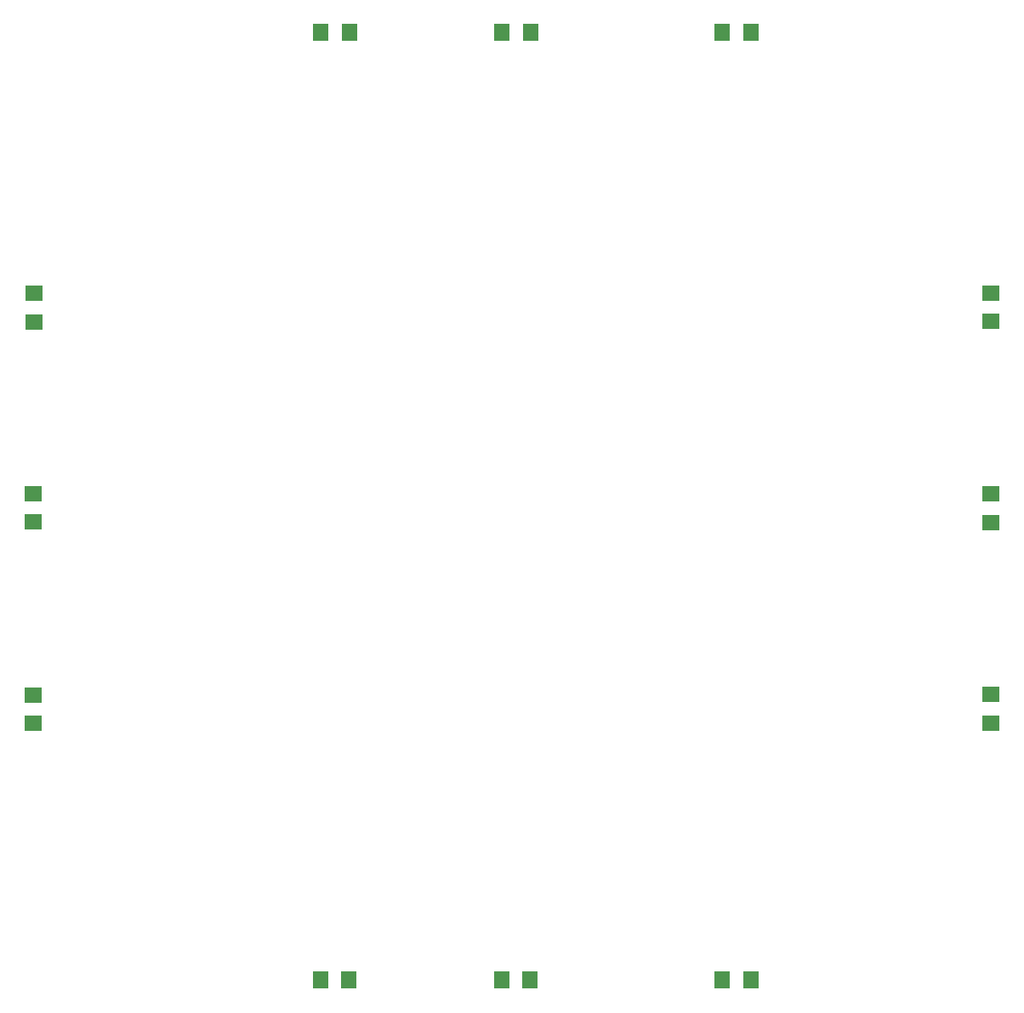
<source format=gtp>
G04 MADE WITH FRITZING*
G04 WWW.FRITZING.ORG*
G04 DOUBLE SIDED*
G04 HOLES PLATED*
G04 CONTOUR ON CENTER OF CONTOUR VECTOR*
%ASAXBY*%
%FSLAX23Y23*%
%MOIN*%
%OFA0B0*%
%SFA1.0B1.0*%
%ADD10R,0.062992X0.070984*%
%ADD11R,0.070984X0.062992*%
%ADD12R,0.001000X0.001000*%
%LNPASTEMASK1*%
G90*
G70*
G54D10*
X1214Y3797D03*
X1326Y3797D03*
G54D11*
X87Y1877D03*
X87Y1989D03*
G54D10*
X2787Y3797D03*
X2899Y3797D03*
G54D11*
X3840Y1201D03*
X3840Y1089D03*
X3840Y1987D03*
X3840Y1875D03*
X89Y2663D03*
X89Y2775D03*
G54D10*
X1324Y83D03*
X1212Y83D03*
X1923Y3797D03*
X2035Y3797D03*
G54D11*
X3840Y2776D03*
X3840Y2664D03*
X87Y1088D03*
X87Y1200D03*
G54D10*
X2899Y82D03*
X2787Y82D03*
X2034Y82D03*
X1922Y82D03*
G54D12*
D02*
G04 End of PasteMask1*
M02*
</source>
